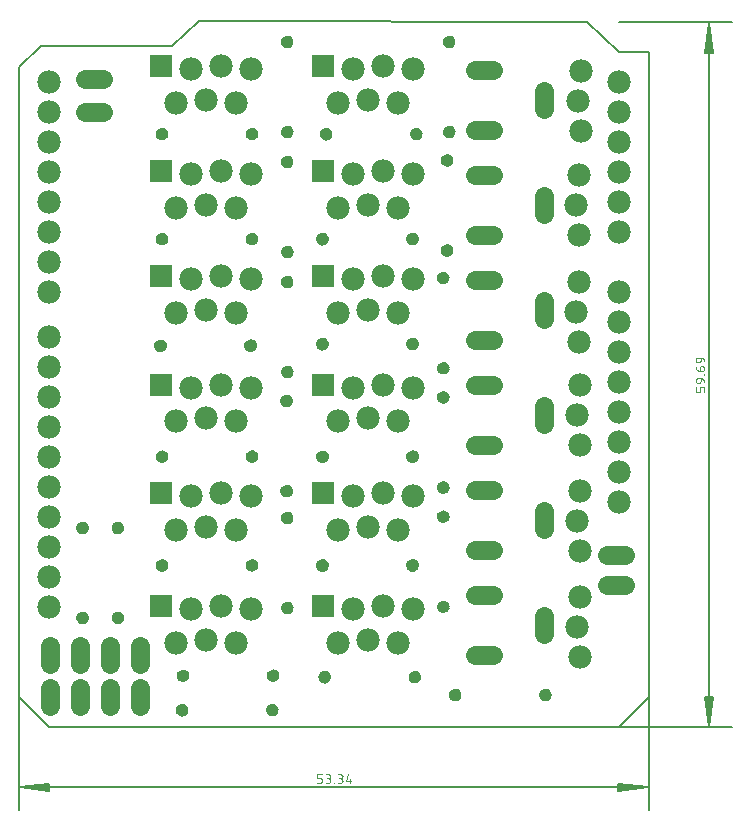
<source format=gts>
G75*
%MOIN*%
%OFA0B0*%
%FSLAX25Y25*%
%IPPOS*%
%LPD*%
%AMOC8*
5,1,8,0,0,1.08239X$1,22.5*
%
%ADD10C,0.00600*%
%ADD11C,0.00512*%
%ADD12C,0.00300*%
%ADD13C,0.07800*%
%ADD14C,0.06400*%
%ADD15C,0.00500*%
%ADD16R,0.07800X0.07800*%
D10*
X0015000Y0028933D02*
X0005000Y0038933D01*
X0005000Y0248933D01*
X0012500Y0255933D01*
X0056000Y0255933D01*
X0065000Y0264433D01*
X0194500Y0263933D01*
X0205000Y0253933D01*
X0215000Y0253933D01*
X0215000Y0038933D01*
X0205000Y0028933D01*
X0015000Y0028933D01*
D11*
X0005000Y0038933D02*
X0005000Y0001256D01*
X0005256Y0008933D02*
X0015236Y0007909D01*
X0015236Y0007676D02*
X0005256Y0008933D01*
X0015236Y0009957D01*
X0015236Y0010190D02*
X0015236Y0007676D01*
X0015236Y0008421D02*
X0005256Y0008933D01*
X0015236Y0009445D01*
X0015236Y0010190D02*
X0005256Y0008933D01*
X0214744Y0008933D01*
X0204764Y0007909D01*
X0204764Y0007676D02*
X0214744Y0008933D01*
X0204764Y0009957D01*
X0204764Y0010190D02*
X0204764Y0007676D01*
X0204764Y0008421D02*
X0214744Y0008933D01*
X0204764Y0009445D01*
X0204764Y0010190D02*
X0214744Y0008933D01*
X0215000Y0001256D02*
X0215000Y0038933D01*
X0205000Y0028933D02*
X0242677Y0028933D01*
X0235000Y0029189D02*
X0236024Y0039169D01*
X0236257Y0039169D02*
X0235000Y0029189D01*
X0233976Y0039169D01*
X0233743Y0039169D02*
X0236257Y0039169D01*
X0235512Y0039169D02*
X0235000Y0029189D01*
X0234488Y0039169D01*
X0233743Y0039169D02*
X0235000Y0029189D01*
X0235000Y0263677D01*
X0236024Y0253697D01*
X0236257Y0253697D02*
X0235000Y0263677D01*
X0233976Y0253697D01*
X0233743Y0253697D02*
X0236257Y0253697D01*
X0235512Y0253697D02*
X0235000Y0263677D01*
X0234488Y0253697D01*
X0233743Y0253697D02*
X0235000Y0263677D01*
X0242677Y0263933D02*
X0205000Y0263933D01*
D12*
X0231444Y0152223D02*
X0232249Y0152223D01*
X0232249Y0151256D01*
X0232249Y0152223D02*
X0232319Y0152221D01*
X0232388Y0152215D01*
X0232458Y0152206D01*
X0232526Y0152193D01*
X0232594Y0152176D01*
X0232661Y0152156D01*
X0232726Y0152131D01*
X0232790Y0152104D01*
X0232853Y0152073D01*
X0232914Y0152038D01*
X0232972Y0152001D01*
X0233029Y0151960D01*
X0233083Y0151916D01*
X0233135Y0151870D01*
X0233185Y0151820D01*
X0233231Y0151768D01*
X0233275Y0151714D01*
X0233316Y0151657D01*
X0233353Y0151599D01*
X0233388Y0151538D01*
X0233419Y0151475D01*
X0233446Y0151411D01*
X0233471Y0151346D01*
X0233491Y0151279D01*
X0233508Y0151211D01*
X0233521Y0151143D01*
X0233530Y0151073D01*
X0233536Y0151004D01*
X0233538Y0150934D01*
X0232733Y0149343D02*
X0232572Y0149343D01*
X0232524Y0149341D01*
X0232476Y0149336D01*
X0232429Y0149327D01*
X0232382Y0149314D01*
X0232337Y0149298D01*
X0232293Y0149279D01*
X0232250Y0149257D01*
X0232209Y0149231D01*
X0232170Y0149203D01*
X0232134Y0149171D01*
X0232100Y0149137D01*
X0232069Y0149101D01*
X0232040Y0149062D01*
X0232014Y0149021D01*
X0231992Y0148978D01*
X0231973Y0148934D01*
X0231957Y0148889D01*
X0231944Y0148842D01*
X0231935Y0148795D01*
X0231930Y0148747D01*
X0231928Y0148699D01*
X0231927Y0148699D02*
X0231927Y0147732D01*
X0232733Y0147732D01*
X0232733Y0147731D02*
X0232788Y0147733D01*
X0232843Y0147739D01*
X0232897Y0147748D01*
X0232950Y0147761D01*
X0233003Y0147778D01*
X0233054Y0147798D01*
X0233104Y0147821D01*
X0233152Y0147848D01*
X0233198Y0147879D01*
X0233242Y0147912D01*
X0233283Y0147948D01*
X0233322Y0147987D01*
X0233358Y0148028D01*
X0233391Y0148072D01*
X0233422Y0148118D01*
X0233449Y0148166D01*
X0233472Y0148216D01*
X0233492Y0148267D01*
X0233509Y0148320D01*
X0233522Y0148373D01*
X0233531Y0148427D01*
X0233537Y0148482D01*
X0233539Y0148537D01*
X0233537Y0148592D01*
X0233531Y0148647D01*
X0233522Y0148701D01*
X0233509Y0148754D01*
X0233492Y0148807D01*
X0233472Y0148858D01*
X0233449Y0148908D01*
X0233422Y0148956D01*
X0233391Y0149002D01*
X0233358Y0149046D01*
X0233322Y0149087D01*
X0233283Y0149126D01*
X0233242Y0149162D01*
X0233198Y0149195D01*
X0233152Y0149226D01*
X0233104Y0149253D01*
X0233054Y0149276D01*
X0233003Y0149296D01*
X0232950Y0149313D01*
X0232897Y0149326D01*
X0232843Y0149335D01*
X0232788Y0149341D01*
X0232733Y0149343D01*
X0231927Y0147732D02*
X0231857Y0147734D01*
X0231788Y0147740D01*
X0231718Y0147749D01*
X0231650Y0147762D01*
X0231582Y0147779D01*
X0231515Y0147799D01*
X0231450Y0147824D01*
X0231386Y0147851D01*
X0231323Y0147882D01*
X0231262Y0147917D01*
X0231204Y0147954D01*
X0231147Y0147995D01*
X0231093Y0148039D01*
X0231041Y0148085D01*
X0230991Y0148135D01*
X0230945Y0148187D01*
X0230901Y0148241D01*
X0230860Y0148298D01*
X0230823Y0148356D01*
X0230788Y0148417D01*
X0230757Y0148480D01*
X0230730Y0148544D01*
X0230705Y0148609D01*
X0230685Y0148676D01*
X0230668Y0148744D01*
X0230655Y0148812D01*
X0230646Y0148882D01*
X0230640Y0148951D01*
X0230638Y0149021D01*
X0231444Y0150612D02*
X0231605Y0150612D01*
X0231653Y0150614D01*
X0231701Y0150619D01*
X0231748Y0150628D01*
X0231795Y0150641D01*
X0231840Y0150657D01*
X0231884Y0150676D01*
X0231927Y0150698D01*
X0231968Y0150724D01*
X0232007Y0150753D01*
X0232043Y0150784D01*
X0232077Y0150818D01*
X0232108Y0150854D01*
X0232137Y0150893D01*
X0232163Y0150934D01*
X0232185Y0150977D01*
X0232204Y0151021D01*
X0232220Y0151066D01*
X0232233Y0151113D01*
X0232242Y0151160D01*
X0232247Y0151208D01*
X0232249Y0151256D01*
X0231444Y0150611D02*
X0231389Y0150613D01*
X0231334Y0150619D01*
X0231280Y0150628D01*
X0231227Y0150641D01*
X0231174Y0150658D01*
X0231123Y0150678D01*
X0231073Y0150701D01*
X0231025Y0150728D01*
X0230979Y0150759D01*
X0230935Y0150792D01*
X0230894Y0150828D01*
X0230855Y0150867D01*
X0230819Y0150908D01*
X0230786Y0150952D01*
X0230755Y0150998D01*
X0230728Y0151046D01*
X0230705Y0151096D01*
X0230685Y0151147D01*
X0230668Y0151200D01*
X0230655Y0151253D01*
X0230646Y0151307D01*
X0230640Y0151362D01*
X0230638Y0151417D01*
X0230640Y0151472D01*
X0230646Y0151527D01*
X0230655Y0151581D01*
X0230668Y0151634D01*
X0230685Y0151687D01*
X0230705Y0151738D01*
X0230728Y0151788D01*
X0230755Y0151836D01*
X0230786Y0151882D01*
X0230819Y0151926D01*
X0230855Y0151967D01*
X0230894Y0152006D01*
X0230935Y0152042D01*
X0230979Y0152075D01*
X0231025Y0152106D01*
X0231073Y0152133D01*
X0231123Y0152156D01*
X0231174Y0152176D01*
X0231227Y0152193D01*
X0231280Y0152206D01*
X0231334Y0152215D01*
X0231389Y0152221D01*
X0231444Y0152223D01*
X0233377Y0146602D02*
X0233538Y0146602D01*
X0233538Y0146441D01*
X0233377Y0146441D01*
X0233377Y0146602D01*
X0232249Y0145311D02*
X0231444Y0145311D01*
X0232249Y0145311D02*
X0232249Y0144344D01*
X0232249Y0145311D02*
X0232319Y0145309D01*
X0232388Y0145303D01*
X0232458Y0145294D01*
X0232526Y0145281D01*
X0232594Y0145264D01*
X0232661Y0145244D01*
X0232726Y0145219D01*
X0232790Y0145192D01*
X0232853Y0145161D01*
X0232914Y0145126D01*
X0232972Y0145089D01*
X0233029Y0145048D01*
X0233083Y0145004D01*
X0233135Y0144958D01*
X0233185Y0144908D01*
X0233231Y0144856D01*
X0233275Y0144802D01*
X0233316Y0144745D01*
X0233353Y0144687D01*
X0233388Y0144626D01*
X0233419Y0144563D01*
X0233446Y0144499D01*
X0233471Y0144434D01*
X0233491Y0144367D01*
X0233508Y0144299D01*
X0233521Y0144231D01*
X0233530Y0144161D01*
X0233536Y0144092D01*
X0233538Y0144022D01*
X0232894Y0142431D02*
X0232572Y0142431D01*
X0232521Y0142429D01*
X0232471Y0142423D01*
X0232422Y0142413D01*
X0232373Y0142399D01*
X0232326Y0142382D01*
X0232280Y0142361D01*
X0232236Y0142336D01*
X0232193Y0142308D01*
X0232154Y0142277D01*
X0232117Y0142242D01*
X0232082Y0142205D01*
X0232051Y0142166D01*
X0232023Y0142123D01*
X0231998Y0142079D01*
X0231977Y0142033D01*
X0231960Y0141986D01*
X0231946Y0141937D01*
X0231936Y0141888D01*
X0231930Y0141838D01*
X0231928Y0141787D01*
X0231927Y0141787D02*
X0231927Y0140820D01*
X0230638Y0140820D01*
X0230638Y0142431D01*
X0231444Y0143700D02*
X0231605Y0143700D01*
X0231653Y0143702D01*
X0231701Y0143707D01*
X0231748Y0143716D01*
X0231795Y0143729D01*
X0231840Y0143745D01*
X0231884Y0143764D01*
X0231927Y0143786D01*
X0231968Y0143812D01*
X0232007Y0143841D01*
X0232043Y0143872D01*
X0232077Y0143906D01*
X0232108Y0143942D01*
X0232137Y0143981D01*
X0232163Y0144022D01*
X0232185Y0144065D01*
X0232204Y0144109D01*
X0232220Y0144154D01*
X0232233Y0144201D01*
X0232242Y0144248D01*
X0232247Y0144296D01*
X0232249Y0144344D01*
X0231444Y0143699D02*
X0231389Y0143701D01*
X0231334Y0143707D01*
X0231280Y0143716D01*
X0231227Y0143729D01*
X0231174Y0143746D01*
X0231123Y0143766D01*
X0231073Y0143789D01*
X0231025Y0143816D01*
X0230979Y0143847D01*
X0230935Y0143880D01*
X0230894Y0143916D01*
X0230855Y0143955D01*
X0230819Y0143996D01*
X0230786Y0144040D01*
X0230755Y0144086D01*
X0230728Y0144134D01*
X0230705Y0144184D01*
X0230685Y0144235D01*
X0230668Y0144288D01*
X0230655Y0144341D01*
X0230646Y0144395D01*
X0230640Y0144450D01*
X0230638Y0144505D01*
X0230640Y0144560D01*
X0230646Y0144615D01*
X0230655Y0144669D01*
X0230668Y0144722D01*
X0230685Y0144775D01*
X0230705Y0144826D01*
X0230728Y0144876D01*
X0230755Y0144924D01*
X0230786Y0144970D01*
X0230819Y0145014D01*
X0230855Y0145055D01*
X0230894Y0145094D01*
X0230935Y0145130D01*
X0230979Y0145163D01*
X0231025Y0145194D01*
X0231073Y0145221D01*
X0231123Y0145244D01*
X0231174Y0145264D01*
X0231227Y0145281D01*
X0231280Y0145294D01*
X0231334Y0145303D01*
X0231389Y0145309D01*
X0231444Y0145311D01*
X0232894Y0142431D02*
X0232942Y0142429D01*
X0232990Y0142424D01*
X0233037Y0142415D01*
X0233084Y0142402D01*
X0233129Y0142386D01*
X0233173Y0142367D01*
X0233216Y0142345D01*
X0233257Y0142319D01*
X0233296Y0142290D01*
X0233332Y0142259D01*
X0233366Y0142225D01*
X0233397Y0142189D01*
X0233426Y0142150D01*
X0233452Y0142109D01*
X0233474Y0142066D01*
X0233493Y0142022D01*
X0233509Y0141977D01*
X0233522Y0141930D01*
X0233531Y0141883D01*
X0233536Y0141835D01*
X0233538Y0141787D01*
X0233538Y0140820D01*
X0114823Y0013295D02*
X0114179Y0011039D01*
X0115790Y0011039D01*
X0115307Y0011684D02*
X0115307Y0010395D01*
X0112266Y0012006D02*
X0111621Y0012006D01*
X0112266Y0012006D02*
X0112315Y0012008D01*
X0112364Y0012014D01*
X0112413Y0012023D01*
X0112460Y0012036D01*
X0112507Y0012053D01*
X0112552Y0012073D01*
X0112595Y0012096D01*
X0112637Y0012123D01*
X0112676Y0012153D01*
X0112713Y0012186D01*
X0112747Y0012222D01*
X0112778Y0012260D01*
X0112807Y0012300D01*
X0112832Y0012342D01*
X0112854Y0012387D01*
X0112872Y0012432D01*
X0112887Y0012479D01*
X0112898Y0012527D01*
X0112906Y0012576D01*
X0112910Y0012625D01*
X0112910Y0012675D01*
X0112906Y0012724D01*
X0112898Y0012773D01*
X0112887Y0012821D01*
X0112872Y0012868D01*
X0112854Y0012913D01*
X0112832Y0012958D01*
X0112807Y0013000D01*
X0112778Y0013040D01*
X0112747Y0013078D01*
X0112713Y0013114D01*
X0112676Y0013147D01*
X0112637Y0013177D01*
X0112595Y0013204D01*
X0112552Y0013227D01*
X0112507Y0013247D01*
X0112460Y0013264D01*
X0112413Y0013277D01*
X0112364Y0013286D01*
X0112315Y0013292D01*
X0112266Y0013294D01*
X0112266Y0013295D02*
X0111299Y0013295D01*
X0112104Y0012006D02*
X0112159Y0012004D01*
X0112214Y0011998D01*
X0112268Y0011989D01*
X0112321Y0011976D01*
X0112374Y0011959D01*
X0112425Y0011939D01*
X0112475Y0011916D01*
X0112523Y0011889D01*
X0112569Y0011858D01*
X0112613Y0011825D01*
X0112654Y0011789D01*
X0112693Y0011750D01*
X0112729Y0011709D01*
X0112762Y0011665D01*
X0112793Y0011619D01*
X0112820Y0011571D01*
X0112843Y0011521D01*
X0112863Y0011470D01*
X0112880Y0011417D01*
X0112893Y0011364D01*
X0112902Y0011310D01*
X0112908Y0011255D01*
X0112910Y0011200D01*
X0112908Y0011145D01*
X0112902Y0011090D01*
X0112893Y0011036D01*
X0112880Y0010983D01*
X0112863Y0010930D01*
X0112843Y0010879D01*
X0112820Y0010829D01*
X0112793Y0010781D01*
X0112762Y0010735D01*
X0112729Y0010691D01*
X0112693Y0010650D01*
X0112654Y0010611D01*
X0112613Y0010575D01*
X0112569Y0010542D01*
X0112523Y0010511D01*
X0112475Y0010484D01*
X0112425Y0010461D01*
X0112374Y0010441D01*
X0112321Y0010424D01*
X0112268Y0010411D01*
X0112214Y0010402D01*
X0112159Y0010396D01*
X0112104Y0010394D01*
X0112104Y0010395D02*
X0111299Y0010395D01*
X0110169Y0010395D02*
X0110008Y0010395D01*
X0110008Y0010556D01*
X0110169Y0010556D01*
X0110169Y0010395D01*
X0108072Y0010395D02*
X0107267Y0010395D01*
X0108072Y0010394D02*
X0108127Y0010396D01*
X0108182Y0010402D01*
X0108236Y0010411D01*
X0108289Y0010424D01*
X0108342Y0010441D01*
X0108393Y0010461D01*
X0108443Y0010484D01*
X0108491Y0010511D01*
X0108537Y0010542D01*
X0108581Y0010575D01*
X0108622Y0010611D01*
X0108661Y0010650D01*
X0108697Y0010691D01*
X0108730Y0010735D01*
X0108761Y0010781D01*
X0108788Y0010829D01*
X0108811Y0010879D01*
X0108831Y0010930D01*
X0108848Y0010983D01*
X0108861Y0011036D01*
X0108870Y0011090D01*
X0108876Y0011145D01*
X0108878Y0011200D01*
X0108876Y0011255D01*
X0108870Y0011310D01*
X0108861Y0011364D01*
X0108848Y0011417D01*
X0108831Y0011470D01*
X0108811Y0011521D01*
X0108788Y0011571D01*
X0108761Y0011619D01*
X0108730Y0011665D01*
X0108697Y0011709D01*
X0108661Y0011750D01*
X0108622Y0011789D01*
X0108581Y0011825D01*
X0108537Y0011858D01*
X0108491Y0011889D01*
X0108443Y0011916D01*
X0108393Y0011939D01*
X0108342Y0011959D01*
X0108289Y0011976D01*
X0108236Y0011989D01*
X0108182Y0011998D01*
X0108127Y0012004D01*
X0108072Y0012006D01*
X0108234Y0012006D02*
X0107589Y0012006D01*
X0108234Y0012006D02*
X0108283Y0012008D01*
X0108332Y0012014D01*
X0108381Y0012023D01*
X0108428Y0012036D01*
X0108475Y0012053D01*
X0108520Y0012073D01*
X0108563Y0012096D01*
X0108605Y0012123D01*
X0108644Y0012153D01*
X0108681Y0012186D01*
X0108715Y0012222D01*
X0108746Y0012260D01*
X0108775Y0012300D01*
X0108800Y0012342D01*
X0108822Y0012387D01*
X0108840Y0012432D01*
X0108855Y0012479D01*
X0108866Y0012527D01*
X0108874Y0012576D01*
X0108878Y0012625D01*
X0108878Y0012675D01*
X0108874Y0012724D01*
X0108866Y0012773D01*
X0108855Y0012821D01*
X0108840Y0012868D01*
X0108822Y0012913D01*
X0108800Y0012958D01*
X0108775Y0013000D01*
X0108746Y0013040D01*
X0108715Y0013078D01*
X0108681Y0013114D01*
X0108644Y0013147D01*
X0108605Y0013177D01*
X0108563Y0013204D01*
X0108520Y0013227D01*
X0108475Y0013247D01*
X0108428Y0013264D01*
X0108381Y0013277D01*
X0108332Y0013286D01*
X0108283Y0013292D01*
X0108234Y0013294D01*
X0108234Y0013295D02*
X0107267Y0013295D01*
X0105998Y0013295D02*
X0104387Y0013295D01*
X0104387Y0012006D01*
X0105354Y0012006D01*
X0105402Y0012004D01*
X0105450Y0011999D01*
X0105497Y0011990D01*
X0105544Y0011977D01*
X0105589Y0011961D01*
X0105633Y0011942D01*
X0105676Y0011920D01*
X0105717Y0011894D01*
X0105756Y0011865D01*
X0105792Y0011834D01*
X0105826Y0011800D01*
X0105857Y0011764D01*
X0105886Y0011725D01*
X0105912Y0011684D01*
X0105934Y0011641D01*
X0105953Y0011597D01*
X0105969Y0011552D01*
X0105982Y0011505D01*
X0105991Y0011458D01*
X0105996Y0011410D01*
X0105998Y0011362D01*
X0105998Y0011039D01*
X0105996Y0010991D01*
X0105991Y0010943D01*
X0105982Y0010896D01*
X0105969Y0010849D01*
X0105953Y0010804D01*
X0105934Y0010760D01*
X0105912Y0010717D01*
X0105886Y0010676D01*
X0105857Y0010637D01*
X0105826Y0010601D01*
X0105792Y0010567D01*
X0105756Y0010536D01*
X0105717Y0010507D01*
X0105676Y0010481D01*
X0105633Y0010459D01*
X0105589Y0010440D01*
X0105544Y0010424D01*
X0105497Y0010411D01*
X0105450Y0010402D01*
X0105402Y0010397D01*
X0105354Y0010395D01*
X0104387Y0010395D01*
D13*
X0111250Y0057183D03*
X0121250Y0058183D03*
X0131250Y0057183D03*
X0136250Y0068433D03*
X0126250Y0069433D03*
X0116250Y0068433D03*
X0111250Y0094683D03*
X0121250Y0095683D03*
X0131250Y0094683D03*
X0136250Y0105933D03*
X0126250Y0106933D03*
X0116250Y0105933D03*
X0111250Y0130933D03*
X0121250Y0131933D03*
X0131250Y0130933D03*
X0136250Y0142183D03*
X0126250Y0143183D03*
X0116250Y0142183D03*
X0111250Y0167183D03*
X0121250Y0168183D03*
X0131250Y0167183D03*
X0136250Y0178433D03*
X0126250Y0179433D03*
X0116250Y0178433D03*
X0111250Y0202183D03*
X0121250Y0203183D03*
X0131250Y0202183D03*
X0136250Y0213433D03*
X0126250Y0214433D03*
X0116250Y0213433D03*
X0111250Y0237183D03*
X0121250Y0238183D03*
X0131250Y0237183D03*
X0136250Y0248433D03*
X0126250Y0249433D03*
X0116250Y0248433D03*
X0082500Y0248433D03*
X0072500Y0249433D03*
X0062500Y0248433D03*
X0067500Y0238183D03*
X0057500Y0237183D03*
X0077500Y0237183D03*
X0072500Y0214433D03*
X0062500Y0213433D03*
X0067500Y0203183D03*
X0057500Y0202183D03*
X0077500Y0202183D03*
X0082500Y0213433D03*
X0082500Y0178433D03*
X0072500Y0179433D03*
X0062500Y0178433D03*
X0067500Y0168183D03*
X0057500Y0167183D03*
X0077500Y0167183D03*
X0072500Y0143183D03*
X0062500Y0142183D03*
X0067500Y0131933D03*
X0057500Y0130933D03*
X0077500Y0130933D03*
X0082500Y0142183D03*
X0072500Y0106933D03*
X0062500Y0105933D03*
X0067500Y0095683D03*
X0057500Y0094683D03*
X0077500Y0094683D03*
X0082500Y0105933D03*
X0072500Y0069433D03*
X0062500Y0068433D03*
X0067500Y0058183D03*
X0057500Y0057183D03*
X0077500Y0057183D03*
X0082500Y0068433D03*
X0015000Y0068933D03*
X0015000Y0078933D03*
X0015000Y0088933D03*
X0015000Y0098933D03*
X0015000Y0108933D03*
X0015000Y0118933D03*
X0015000Y0128933D03*
X0015000Y0138933D03*
X0015000Y0148933D03*
X0015000Y0158933D03*
X0015000Y0173933D03*
X0015000Y0183933D03*
X0015000Y0193933D03*
X0015000Y0203933D03*
X0015000Y0213933D03*
X0015000Y0223933D03*
X0015000Y0233933D03*
X0015000Y0243933D03*
X0191250Y0237683D03*
X0192250Y0227683D03*
X0191750Y0213183D03*
X0190750Y0203183D03*
X0191750Y0193183D03*
X0205000Y0193933D03*
X0205000Y0203933D03*
X0205000Y0213933D03*
X0205000Y0223933D03*
X0205000Y0233933D03*
X0205000Y0243933D03*
X0192250Y0247683D03*
X0191750Y0177433D03*
X0190750Y0167433D03*
X0191750Y0157433D03*
X0205000Y0153933D03*
X0205000Y0143933D03*
X0205000Y0133933D03*
X0205000Y0123933D03*
X0205000Y0113933D03*
X0205000Y0103933D03*
X0192000Y0107683D03*
X0191000Y0097683D03*
X0192000Y0087683D03*
X0192000Y0072433D03*
X0191000Y0062433D03*
X0192000Y0052433D03*
X0192000Y0122933D03*
X0191000Y0132933D03*
X0192000Y0142933D03*
X0205000Y0163933D03*
X0205000Y0173933D03*
D14*
X0180000Y0170933D02*
X0180000Y0164933D01*
X0163000Y0157933D02*
X0157000Y0157933D01*
X0157000Y0142933D02*
X0163000Y0142933D01*
X0180000Y0135933D02*
X0180000Y0129933D01*
X0163000Y0122933D02*
X0157000Y0122933D01*
X0157000Y0107933D02*
X0163000Y0107933D01*
X0180000Y0100933D02*
X0180000Y0094933D01*
X0163000Y0087933D02*
X0157000Y0087933D01*
X0157000Y0072933D02*
X0163000Y0072933D01*
X0180000Y0065933D02*
X0180000Y0059933D01*
X0163000Y0052933D02*
X0157000Y0052933D01*
X0201000Y0076433D02*
X0207000Y0076433D01*
X0207000Y0086433D02*
X0201000Y0086433D01*
X0163000Y0177933D02*
X0157000Y0177933D01*
X0157000Y0192933D02*
X0163000Y0192933D01*
X0180000Y0199933D02*
X0180000Y0205933D01*
X0163000Y0212933D02*
X0157000Y0212933D01*
X0157000Y0227933D02*
X0163000Y0227933D01*
X0180000Y0234933D02*
X0180000Y0240933D01*
X0163000Y0247933D02*
X0157000Y0247933D01*
X0033000Y0245183D02*
X0027000Y0245183D01*
X0027000Y0234183D02*
X0033000Y0234183D01*
X0035250Y0055933D02*
X0035250Y0049933D01*
X0035250Y0042183D02*
X0035250Y0036183D01*
X0025250Y0036183D02*
X0025250Y0042183D01*
X0025250Y0049933D02*
X0025250Y0055933D01*
X0015250Y0055933D02*
X0015250Y0049933D01*
X0015250Y0042183D02*
X0015250Y0036183D01*
X0045250Y0036183D02*
X0045250Y0042183D01*
X0045250Y0049933D02*
X0045250Y0055933D01*
D15*
X0039100Y0064031D02*
X0038761Y0063826D01*
X0038385Y0063701D01*
X0037990Y0063663D01*
X0037607Y0063710D01*
X0037243Y0063841D01*
X0036918Y0064049D01*
X0036647Y0064324D01*
X0036444Y0064653D01*
X0036320Y0065019D01*
X0036280Y0065403D01*
X0036314Y0065785D01*
X0036432Y0066149D01*
X0036628Y0066478D01*
X0036892Y0066755D01*
X0037212Y0066967D01*
X0037570Y0067101D01*
X0037950Y0067153D01*
X0038351Y0067118D01*
X0038733Y0066995D01*
X0039079Y0066790D01*
X0039370Y0066512D01*
X0039593Y0066177D01*
X0039735Y0065801D01*
X0039790Y0065403D01*
X0039739Y0065010D01*
X0039602Y0064638D01*
X0039385Y0064306D01*
X0039100Y0064031D01*
X0039389Y0064312D02*
X0036659Y0064312D01*
X0036391Y0064811D02*
X0039665Y0064811D01*
X0039778Y0065310D02*
X0036290Y0065310D01*
X0036321Y0065808D02*
X0039732Y0065808D01*
X0039507Y0066307D02*
X0036526Y0066307D01*
X0036968Y0066805D02*
X0039053Y0066805D01*
X0038726Y0063814D02*
X0037317Y0063814D01*
X0027966Y0065052D02*
X0027848Y0064687D01*
X0027652Y0064358D01*
X0027387Y0064081D01*
X0027068Y0063870D01*
X0026709Y0063735D01*
X0026330Y0063683D01*
X0025929Y0063718D01*
X0025547Y0063841D01*
X0025201Y0064047D01*
X0024910Y0064324D01*
X0024687Y0064659D01*
X0024545Y0065035D01*
X0024490Y0065433D01*
X0024541Y0065826D01*
X0024678Y0066198D01*
X0024895Y0066530D01*
X0025180Y0066805D01*
X0025519Y0067011D01*
X0025895Y0067135D01*
X0026290Y0067173D01*
X0026673Y0067126D01*
X0027037Y0066996D01*
X0027362Y0066787D01*
X0027633Y0066512D01*
X0027836Y0066183D01*
X0027960Y0065817D01*
X0028000Y0065433D01*
X0027966Y0065052D01*
X0027888Y0064811D02*
X0024630Y0064811D01*
X0024507Y0065310D02*
X0027989Y0065310D01*
X0027961Y0065808D02*
X0024539Y0065808D01*
X0024749Y0066307D02*
X0027759Y0066307D01*
X0027334Y0066805D02*
X0025179Y0066805D01*
X0024922Y0064312D02*
X0027608Y0064312D01*
X0026920Y0063814D02*
X0025632Y0063814D01*
X0051398Y0081796D02*
X0051187Y0082115D01*
X0051052Y0082474D01*
X0051000Y0082853D01*
X0051035Y0083254D01*
X0051158Y0083636D01*
X0051364Y0083982D01*
X0051641Y0084273D01*
X0051976Y0084496D01*
X0052352Y0084638D01*
X0052750Y0084693D01*
X0053143Y0084642D01*
X0053515Y0084505D01*
X0053847Y0084288D01*
X0054122Y0084003D01*
X0054327Y0083664D01*
X0054452Y0083288D01*
X0054490Y0082893D01*
X0054443Y0082510D01*
X0054313Y0082146D01*
X0054104Y0081821D01*
X0053829Y0081550D01*
X0053500Y0081347D01*
X0053134Y0081223D01*
X0052750Y0081183D01*
X0052368Y0081217D01*
X0052004Y0081335D01*
X0051675Y0081531D01*
X0051398Y0081796D01*
X0051435Y0081760D02*
X0054043Y0081760D01*
X0054353Y0082259D02*
X0051133Y0082259D01*
X0051013Y0082757D02*
X0054473Y0082757D01*
X0054455Y0083256D02*
X0051036Y0083256D01*
X0051228Y0083754D02*
X0054273Y0083754D01*
X0053881Y0084253D02*
X0051621Y0084253D01*
X0052230Y0081262D02*
X0053248Y0081262D01*
X0039355Y0094336D02*
X0039070Y0094061D01*
X0038731Y0093856D01*
X0038355Y0093731D01*
X0037960Y0093693D01*
X0037577Y0093740D01*
X0037213Y0093870D01*
X0036888Y0094079D01*
X0036617Y0094354D01*
X0036414Y0094683D01*
X0036290Y0095049D01*
X0036250Y0095433D01*
X0036284Y0095815D01*
X0036402Y0096179D01*
X0036598Y0096508D01*
X0036863Y0096785D01*
X0037182Y0096996D01*
X0037541Y0097131D01*
X0037920Y0097183D01*
X0038321Y0097148D01*
X0038703Y0097025D01*
X0039049Y0096819D01*
X0039340Y0096542D01*
X0039563Y0096207D01*
X0039705Y0095831D01*
X0039760Y0095433D01*
X0039709Y0095040D01*
X0039572Y0094668D01*
X0039355Y0094336D01*
X0039238Y0094223D02*
X0036746Y0094223D01*
X0036401Y0094722D02*
X0039591Y0094722D01*
X0039732Y0095220D02*
X0036272Y0095220D01*
X0036275Y0095719D02*
X0039720Y0095719D01*
X0039556Y0096217D02*
X0036425Y0096217D01*
X0036796Y0096716D02*
X0039158Y0096716D01*
X0038288Y0093725D02*
X0037702Y0093725D01*
X0027936Y0095081D02*
X0027818Y0094717D01*
X0027622Y0094388D01*
X0027358Y0094111D01*
X0027038Y0093900D01*
X0026680Y0093765D01*
X0026300Y0093713D01*
X0025899Y0093748D01*
X0025517Y0093871D01*
X0025171Y0094077D01*
X0024880Y0094354D01*
X0024657Y0094689D01*
X0024515Y0095065D01*
X0024460Y0095463D01*
X0024511Y0095856D01*
X0024648Y0096228D01*
X0024865Y0096560D01*
X0025150Y0096835D01*
X0025489Y0097040D01*
X0025865Y0097165D01*
X0026260Y0097203D01*
X0026643Y0097156D01*
X0027007Y0097026D01*
X0027332Y0096817D01*
X0027603Y0096542D01*
X0027806Y0096213D01*
X0027930Y0095847D01*
X0027970Y0095463D01*
X0027936Y0095081D01*
X0027948Y0095220D02*
X0024494Y0095220D01*
X0024493Y0095719D02*
X0027944Y0095719D01*
X0027803Y0096217D02*
X0024645Y0096217D01*
X0025026Y0096716D02*
X0027432Y0096716D01*
X0027820Y0094722D02*
X0024645Y0094722D01*
X0025017Y0094223D02*
X0027465Y0094223D01*
X0026386Y0093725D02*
X0026167Y0093725D01*
X0051398Y0118046D02*
X0051187Y0118365D01*
X0051052Y0118724D01*
X0051000Y0119103D01*
X0051035Y0119504D01*
X0051158Y0119886D01*
X0051364Y0120232D01*
X0051641Y0120523D01*
X0051976Y0120746D01*
X0052352Y0120888D01*
X0052750Y0120943D01*
X0053143Y0120892D01*
X0053515Y0120755D01*
X0053847Y0120538D01*
X0054122Y0120253D01*
X0054327Y0119914D01*
X0054452Y0119538D01*
X0054490Y0119143D01*
X0054443Y0118760D01*
X0054313Y0118396D01*
X0054104Y0118071D01*
X0053829Y0117800D01*
X0053500Y0117597D01*
X0053134Y0117473D01*
X0052750Y0117433D01*
X0052368Y0117467D01*
X0052004Y0117585D01*
X0051675Y0117781D01*
X0051398Y0118046D01*
X0051328Y0118152D02*
X0054156Y0118152D01*
X0054404Y0118650D02*
X0051079Y0118650D01*
X0051004Y0119149D02*
X0054489Y0119149D01*
X0054416Y0119647D02*
X0051081Y0119647D01*
X0051312Y0120146D02*
X0054187Y0120146D01*
X0053684Y0120644D02*
X0051823Y0120644D01*
X0051890Y0117653D02*
X0053590Y0117653D01*
X0081030Y0119133D02*
X0081065Y0119534D01*
X0081188Y0119916D01*
X0081394Y0120262D01*
X0081671Y0120553D01*
X0082006Y0120776D01*
X0082382Y0120918D01*
X0082780Y0120973D01*
X0083173Y0120922D01*
X0083545Y0120785D01*
X0083877Y0120568D01*
X0084152Y0120283D01*
X0084357Y0119944D01*
X0084482Y0119568D01*
X0084520Y0119173D01*
X0084473Y0118790D01*
X0084343Y0118426D01*
X0084134Y0118101D01*
X0083859Y0117830D01*
X0083530Y0117627D01*
X0083164Y0117503D01*
X0082780Y0117463D01*
X0082398Y0117497D01*
X0082034Y0117615D01*
X0081705Y0117811D01*
X0081428Y0118076D01*
X0081217Y0118395D01*
X0081082Y0118754D01*
X0081030Y0119133D01*
X0081031Y0119149D02*
X0084517Y0119149D01*
X0084456Y0119647D02*
X0081102Y0119647D01*
X0081324Y0120146D02*
X0084235Y0120146D01*
X0083760Y0120644D02*
X0081808Y0120644D01*
X0081121Y0118650D02*
X0084423Y0118650D01*
X0084167Y0118152D02*
X0081377Y0118152D01*
X0081970Y0117653D02*
X0083572Y0117653D01*
X0092878Y0108728D02*
X0092682Y0108399D01*
X0092564Y0108035D01*
X0092530Y0107653D01*
X0092570Y0107269D01*
X0092694Y0106903D01*
X0092897Y0106574D01*
X0093168Y0106299D01*
X0093493Y0106091D01*
X0093857Y0105960D01*
X0094240Y0105913D01*
X0094635Y0105951D01*
X0095011Y0106076D01*
X0095350Y0106281D01*
X0095635Y0106556D01*
X0095852Y0106888D01*
X0095989Y0107260D01*
X0096040Y0107653D01*
X0095985Y0108051D01*
X0095843Y0108427D01*
X0095620Y0108762D01*
X0095329Y0109040D01*
X0094983Y0109245D01*
X0094601Y0109368D01*
X0094200Y0109403D01*
X0093820Y0109351D01*
X0093462Y0109217D01*
X0093142Y0109005D01*
X0092878Y0108728D01*
X0092849Y0108680D02*
X0095675Y0108680D01*
X0095936Y0108181D02*
X0092611Y0108181D01*
X0092533Y0107683D02*
X0096036Y0107683D01*
X0095961Y0107184D02*
X0092599Y0107184D01*
X0092828Y0106686D02*
X0095720Y0106686D01*
X0095196Y0106187D02*
X0093342Y0106187D01*
X0093404Y0109179D02*
X0095095Y0109179D01*
X0094510Y0100453D02*
X0094893Y0100406D01*
X0095257Y0100276D01*
X0095582Y0100067D01*
X0095853Y0099792D01*
X0096056Y0099463D01*
X0096180Y0099097D01*
X0096220Y0098713D01*
X0096186Y0098331D01*
X0096068Y0097967D01*
X0095872Y0097638D01*
X0095608Y0097361D01*
X0095288Y0097150D01*
X0094930Y0097015D01*
X0094550Y0096963D01*
X0094149Y0096998D01*
X0093767Y0097121D01*
X0093421Y0097327D01*
X0093130Y0097604D01*
X0092907Y0097939D01*
X0092765Y0098315D01*
X0092710Y0098713D01*
X0092761Y0099106D01*
X0092898Y0099478D01*
X0093115Y0099810D01*
X0093400Y0100085D01*
X0093739Y0100290D01*
X0094115Y0100415D01*
X0094510Y0100453D01*
X0095367Y0100205D02*
X0093598Y0100205D01*
X0093048Y0099707D02*
X0095905Y0099707D01*
X0096142Y0099208D02*
X0092799Y0099208D01*
X0092711Y0098710D02*
X0096220Y0098710D01*
X0096147Y0098211D02*
X0092804Y0098211D01*
X0093057Y0097713D02*
X0095917Y0097713D01*
X0095386Y0097214D02*
X0093610Y0097214D01*
X0083877Y0084318D02*
X0084152Y0084033D01*
X0084357Y0083694D01*
X0084482Y0083318D01*
X0084520Y0082923D01*
X0084473Y0082540D01*
X0084343Y0082176D01*
X0084134Y0081851D01*
X0083859Y0081580D01*
X0083530Y0081377D01*
X0083164Y0081253D01*
X0082780Y0081213D01*
X0082398Y0081247D01*
X0082034Y0081365D01*
X0081705Y0081561D01*
X0081428Y0081826D01*
X0081217Y0082145D01*
X0081082Y0082504D01*
X0081030Y0082883D01*
X0081065Y0083284D01*
X0081188Y0083666D01*
X0081394Y0084012D01*
X0081671Y0084303D01*
X0082006Y0084526D01*
X0082382Y0084668D01*
X0082780Y0084723D01*
X0083173Y0084672D01*
X0083545Y0084535D01*
X0083877Y0084318D01*
X0083940Y0084253D02*
X0081623Y0084253D01*
X0081241Y0083754D02*
X0084321Y0083754D01*
X0084488Y0083256D02*
X0081063Y0083256D01*
X0081047Y0082757D02*
X0084500Y0082757D01*
X0084372Y0082259D02*
X0081174Y0082259D01*
X0081496Y0081760D02*
X0084042Y0081760D01*
X0083190Y0081262D02*
X0082352Y0081262D01*
X0093430Y0070055D02*
X0093769Y0070261D01*
X0094145Y0070385D01*
X0094540Y0070423D01*
X0094923Y0070376D01*
X0095287Y0070246D01*
X0095612Y0070037D01*
X0095883Y0069762D01*
X0096086Y0069433D01*
X0096210Y0069067D01*
X0096250Y0068683D01*
X0096216Y0068302D01*
X0096098Y0067937D01*
X0095902Y0067608D01*
X0095637Y0067331D01*
X0095318Y0067120D01*
X0094959Y0066985D01*
X0094580Y0066933D01*
X0094179Y0066968D01*
X0093797Y0067091D01*
X0093451Y0067297D01*
X0093160Y0067574D01*
X0092937Y0067909D01*
X0092795Y0068285D01*
X0092740Y0068683D01*
X0092791Y0069076D01*
X0092928Y0069448D01*
X0093145Y0069780D01*
X0093430Y0070055D01*
X0093162Y0069796D02*
X0095849Y0069796D01*
X0096132Y0069298D02*
X0092873Y0069298D01*
X0092755Y0068799D02*
X0096238Y0068799D01*
X0096216Y0068301D02*
X0092793Y0068301D01*
X0093008Y0067802D02*
X0096018Y0067802D01*
X0095596Y0067304D02*
X0093444Y0067304D01*
X0093872Y0070295D02*
X0095151Y0070295D01*
X0105123Y0081548D02*
X0104848Y0081833D01*
X0104643Y0082172D01*
X0104518Y0082548D01*
X0104480Y0082943D01*
X0104527Y0083326D01*
X0104657Y0083690D01*
X0104866Y0084015D01*
X0105141Y0084286D01*
X0105470Y0084489D01*
X0105836Y0084613D01*
X0106220Y0084653D01*
X0106602Y0084619D01*
X0106966Y0084501D01*
X0107295Y0084305D01*
X0107572Y0084041D01*
X0107783Y0083721D01*
X0107918Y0083363D01*
X0107970Y0082983D01*
X0107935Y0082583D01*
X0107812Y0082200D01*
X0107606Y0081854D01*
X0107329Y0081563D01*
X0106994Y0081341D01*
X0106618Y0081198D01*
X0106220Y0081143D01*
X0105827Y0081194D01*
X0105455Y0081332D01*
X0105123Y0081548D01*
X0104918Y0081760D02*
X0107517Y0081760D01*
X0107831Y0082259D02*
X0104614Y0082259D01*
X0104498Y0082757D02*
X0107950Y0082757D01*
X0107933Y0083256D02*
X0104518Y0083256D01*
X0104699Y0083754D02*
X0107761Y0083754D01*
X0107350Y0084253D02*
X0105108Y0084253D01*
X0105644Y0081262D02*
X0106786Y0081262D01*
X0134510Y0082973D02*
X0134557Y0083356D01*
X0134687Y0083720D01*
X0134896Y0084045D01*
X0135171Y0084316D01*
X0135500Y0084519D01*
X0135866Y0084643D01*
X0136250Y0084683D01*
X0136632Y0084649D01*
X0136996Y0084531D01*
X0137325Y0084335D01*
X0137602Y0084071D01*
X0137813Y0083751D01*
X0137948Y0083393D01*
X0138000Y0083013D01*
X0137965Y0082612D01*
X0137842Y0082230D01*
X0137636Y0081884D01*
X0137359Y0081593D01*
X0137024Y0081370D01*
X0136648Y0081228D01*
X0136250Y0081173D01*
X0135857Y0081224D01*
X0135485Y0081361D01*
X0135153Y0081578D01*
X0134878Y0081863D01*
X0134673Y0082202D01*
X0134548Y0082578D01*
X0134510Y0082973D01*
X0134531Y0082757D02*
X0137978Y0082757D01*
X0137967Y0083256D02*
X0134545Y0083256D01*
X0134710Y0083754D02*
X0137811Y0083754D01*
X0137411Y0084253D02*
X0135107Y0084253D01*
X0134654Y0082259D02*
X0137851Y0082259D01*
X0137519Y0081760D02*
X0134977Y0081760D01*
X0135755Y0081262D02*
X0136737Y0081262D01*
X0145392Y0070505D02*
X0145712Y0070717D01*
X0146070Y0070851D01*
X0146450Y0070903D01*
X0146851Y0070868D01*
X0147233Y0070745D01*
X0147579Y0070540D01*
X0147870Y0070262D01*
X0148093Y0069927D01*
X0148235Y0069551D01*
X0148290Y0069153D01*
X0148239Y0068760D01*
X0148102Y0068388D01*
X0147885Y0068056D01*
X0147600Y0067781D01*
X0147261Y0067576D01*
X0146885Y0067451D01*
X0146490Y0067413D01*
X0146107Y0067460D01*
X0145743Y0067591D01*
X0145418Y0067799D01*
X0145147Y0068074D01*
X0144944Y0068403D01*
X0144820Y0068769D01*
X0144780Y0069153D01*
X0144814Y0069535D01*
X0144932Y0069899D01*
X0145128Y0070228D01*
X0145392Y0070505D01*
X0145191Y0070295D02*
X0147836Y0070295D01*
X0148142Y0069796D02*
X0144899Y0069796D01*
X0144793Y0069298D02*
X0148270Y0069298D01*
X0148244Y0068799D02*
X0144817Y0068799D01*
X0145008Y0068301D02*
X0148044Y0068301D01*
X0147622Y0067802D02*
X0145415Y0067802D01*
X0145916Y0070793D02*
X0147083Y0070793D01*
X0137746Y0047281D02*
X0138075Y0047085D01*
X0138352Y0046821D01*
X0138563Y0046501D01*
X0138698Y0046143D01*
X0138750Y0045763D01*
X0138715Y0045362D01*
X0138592Y0044980D01*
X0138386Y0044634D01*
X0138109Y0044343D01*
X0137774Y0044120D01*
X0137398Y0043978D01*
X0137000Y0043923D01*
X0136607Y0043974D01*
X0136235Y0044111D01*
X0135903Y0044328D01*
X0135628Y0044613D01*
X0135423Y0044952D01*
X0135298Y0045328D01*
X0135260Y0045723D01*
X0135307Y0046106D01*
X0135437Y0046470D01*
X0135646Y0046795D01*
X0135921Y0047066D01*
X0136250Y0047269D01*
X0136616Y0047393D01*
X0137000Y0047433D01*
X0137382Y0047399D01*
X0137746Y0047281D01*
X0137493Y0047363D02*
X0136527Y0047363D01*
X0135716Y0046865D02*
X0138306Y0046865D01*
X0138614Y0046366D02*
X0135400Y0046366D01*
X0135278Y0045868D02*
X0138736Y0045868D01*
X0138716Y0045369D02*
X0135294Y0045369D01*
X0135472Y0044871D02*
X0138527Y0044871D01*
X0138137Y0044372D02*
X0135861Y0044372D01*
X0148785Y0040004D02*
X0148750Y0039603D01*
X0148802Y0039224D01*
X0148937Y0038865D01*
X0149148Y0038546D01*
X0149425Y0038281D01*
X0149754Y0038085D01*
X0150118Y0037967D01*
X0150500Y0037933D01*
X0150884Y0037973D01*
X0151250Y0038097D01*
X0151579Y0038300D01*
X0151854Y0038571D01*
X0152063Y0038896D01*
X0152193Y0039260D01*
X0152240Y0039643D01*
X0152202Y0040038D01*
X0152077Y0040414D01*
X0151872Y0040753D01*
X0151597Y0041038D01*
X0151265Y0041255D01*
X0150893Y0041392D01*
X0150500Y0041443D01*
X0150102Y0041388D01*
X0149726Y0041246D01*
X0149391Y0041023D01*
X0149114Y0040732D01*
X0148908Y0040386D01*
X0148785Y0040004D01*
X0148775Y0039885D02*
X0152217Y0039885D01*
X0152209Y0039387D02*
X0148779Y0039387D01*
X0148928Y0038888D02*
X0152058Y0038888D01*
X0151670Y0038390D02*
X0149311Y0038390D01*
X0148907Y0040384D02*
X0152087Y0040384D01*
X0151747Y0040882D02*
X0149257Y0040882D01*
X0150083Y0041381D02*
X0150923Y0041381D01*
X0178780Y0039633D02*
X0178815Y0040034D01*
X0178938Y0040416D01*
X0179144Y0040762D01*
X0179421Y0041053D01*
X0179756Y0041276D01*
X0180132Y0041418D01*
X0180530Y0041473D01*
X0180923Y0041422D01*
X0181295Y0041285D01*
X0181627Y0041068D01*
X0181902Y0040783D01*
X0182107Y0040444D01*
X0182232Y0040068D01*
X0182270Y0039673D01*
X0182223Y0039290D01*
X0182093Y0038926D01*
X0181884Y0038601D01*
X0181609Y0038330D01*
X0181280Y0038127D01*
X0180914Y0038003D01*
X0180530Y0037963D01*
X0180148Y0037997D01*
X0179784Y0038115D01*
X0179455Y0038311D01*
X0179178Y0038576D01*
X0178967Y0038895D01*
X0178832Y0039254D01*
X0178780Y0039633D01*
X0178813Y0039387D02*
X0182235Y0039387D01*
X0182249Y0039885D02*
X0178802Y0039885D01*
X0178928Y0040384D02*
X0182127Y0040384D01*
X0181806Y0040882D02*
X0179258Y0040882D01*
X0180034Y0041381D02*
X0181034Y0041381D01*
X0182068Y0038888D02*
X0178971Y0038888D01*
X0179372Y0038390D02*
X0181670Y0038390D01*
X0147231Y0097606D02*
X0146855Y0097481D01*
X0146460Y0097443D01*
X0146077Y0097490D01*
X0145713Y0097620D01*
X0145388Y0097829D01*
X0145117Y0098104D01*
X0144914Y0098433D01*
X0144790Y0098799D01*
X0144750Y0099183D01*
X0144784Y0099565D01*
X0144902Y0099929D01*
X0145098Y0100258D01*
X0145363Y0100535D01*
X0145682Y0100746D01*
X0146041Y0100881D01*
X0146420Y0100933D01*
X0146821Y0100898D01*
X0147203Y0100775D01*
X0147549Y0100569D01*
X0147840Y0100292D01*
X0148063Y0099957D01*
X0148205Y0099581D01*
X0148260Y0099183D01*
X0148209Y0098790D01*
X0148072Y0098418D01*
X0147855Y0098086D01*
X0147570Y0097811D01*
X0147231Y0097606D01*
X0147408Y0097713D02*
X0145569Y0097713D01*
X0145051Y0098211D02*
X0147937Y0098211D01*
X0148179Y0098710D02*
X0144820Y0098710D01*
X0144752Y0099208D02*
X0148256Y0099208D01*
X0148157Y0099707D02*
X0144830Y0099707D01*
X0145067Y0100205D02*
X0147898Y0100205D01*
X0147323Y0100704D02*
X0145618Y0100704D01*
X0146316Y0107184D02*
X0146711Y0107184D01*
X0146885Y0107201D02*
X0146490Y0107163D01*
X0146107Y0107210D01*
X0145743Y0107341D01*
X0145418Y0107549D01*
X0145147Y0107824D01*
X0144944Y0108153D01*
X0144820Y0108519D01*
X0144780Y0108903D01*
X0144814Y0109285D01*
X0144932Y0109649D01*
X0145128Y0109978D01*
X0145392Y0110255D01*
X0145712Y0110467D01*
X0146070Y0110601D01*
X0146450Y0110653D01*
X0146851Y0110618D01*
X0147233Y0110495D01*
X0147579Y0110290D01*
X0147870Y0110012D01*
X0148093Y0109677D01*
X0144949Y0109677D01*
X0144804Y0109179D02*
X0148252Y0109179D01*
X0148235Y0109301D02*
X0148290Y0108903D01*
X0148239Y0108510D01*
X0148102Y0108138D01*
X0147885Y0107806D01*
X0147600Y0107531D01*
X0147261Y0107326D01*
X0146885Y0107201D01*
X0147757Y0107683D02*
X0145286Y0107683D01*
X0144935Y0108181D02*
X0148117Y0108181D01*
X0148261Y0108680D02*
X0144803Y0108680D01*
X0145316Y0110176D02*
X0147699Y0110176D01*
X0148093Y0109677D02*
X0148235Y0109301D01*
X0137636Y0118134D02*
X0137359Y0117843D01*
X0137024Y0117620D01*
X0136648Y0117478D01*
X0136250Y0117423D01*
X0135857Y0117474D01*
X0135485Y0117611D01*
X0135153Y0117828D01*
X0134878Y0118113D01*
X0134673Y0118452D01*
X0134548Y0118828D01*
X0134510Y0119223D01*
X0134557Y0119606D01*
X0134687Y0119970D01*
X0134896Y0120295D01*
X0135171Y0120566D01*
X0135500Y0120769D01*
X0135866Y0120893D01*
X0136250Y0120933D01*
X0136632Y0120899D01*
X0136996Y0120781D01*
X0137325Y0120585D01*
X0137602Y0120321D01*
X0137813Y0120001D01*
X0137948Y0119643D01*
X0138000Y0119263D01*
X0137965Y0118862D01*
X0137842Y0118480D01*
X0137636Y0118134D01*
X0137647Y0118152D02*
X0134854Y0118152D01*
X0134607Y0118650D02*
X0137897Y0118650D01*
X0137990Y0119149D02*
X0134517Y0119149D01*
X0134571Y0119647D02*
X0137946Y0119647D01*
X0137718Y0120146D02*
X0134800Y0120146D01*
X0135298Y0120644D02*
X0137225Y0120644D01*
X0137074Y0117653D02*
X0135421Y0117653D01*
X0145713Y0137370D02*
X0145388Y0137579D01*
X0145117Y0137854D01*
X0144914Y0138183D01*
X0144790Y0138549D01*
X0144750Y0138933D01*
X0144784Y0139315D01*
X0144902Y0139679D01*
X0145098Y0140008D01*
X0145363Y0140285D01*
X0145682Y0140496D01*
X0146041Y0140631D01*
X0146420Y0140683D01*
X0146821Y0140648D01*
X0147203Y0140525D01*
X0147549Y0140319D01*
X0147840Y0140042D01*
X0148063Y0139707D01*
X0148205Y0139331D01*
X0148260Y0138933D01*
X0148209Y0138540D01*
X0148072Y0138168D01*
X0147855Y0137836D01*
X0147570Y0137561D01*
X0147231Y0137356D01*
X0146855Y0137231D01*
X0146460Y0137193D01*
X0146077Y0137240D01*
X0145713Y0137370D01*
X0145373Y0137594D02*
X0147604Y0137594D01*
X0148022Y0138092D02*
X0144970Y0138092D01*
X0144786Y0138591D02*
X0148215Y0138591D01*
X0148238Y0139089D02*
X0144764Y0139089D01*
X0144872Y0139588D02*
X0148108Y0139588D01*
X0147794Y0140086D02*
X0145173Y0140086D01*
X0145917Y0140585D02*
X0147017Y0140585D01*
X0146490Y0146913D02*
X0146107Y0146960D01*
X0145743Y0147091D01*
X0145418Y0147299D01*
X0145147Y0147574D01*
X0144944Y0147903D01*
X0144820Y0148269D01*
X0144780Y0148653D01*
X0144814Y0149035D01*
X0144932Y0149399D01*
X0145128Y0149728D01*
X0145392Y0150005D01*
X0145712Y0150217D01*
X0146070Y0150351D01*
X0146450Y0150403D01*
X0146851Y0150368D01*
X0147233Y0150245D01*
X0147579Y0150040D01*
X0147870Y0149762D01*
X0148093Y0149427D01*
X0148235Y0149051D01*
X0148290Y0148653D01*
X0148239Y0148260D01*
X0148102Y0147888D01*
X0147885Y0147556D01*
X0147600Y0147281D01*
X0147261Y0147076D01*
X0146885Y0146951D01*
X0146490Y0146913D01*
X0145813Y0147065D02*
X0147230Y0147065D01*
X0147890Y0147564D02*
X0145157Y0147564D01*
X0144890Y0148062D02*
X0148166Y0148062D01*
X0148278Y0148561D02*
X0144790Y0148561D01*
X0144822Y0149059D02*
X0148232Y0149059D01*
X0148006Y0149558D02*
X0145027Y0149558D01*
X0145470Y0150056D02*
X0147550Y0150056D01*
X0137842Y0155980D02*
X0137636Y0155634D01*
X0137359Y0155343D01*
X0137024Y0155120D01*
X0136648Y0154978D01*
X0136250Y0154923D01*
X0135857Y0154974D01*
X0135485Y0155111D01*
X0135153Y0155328D01*
X0134878Y0155613D01*
X0134673Y0155952D01*
X0134548Y0156328D01*
X0134510Y0156723D01*
X0134557Y0157106D01*
X0134687Y0157470D01*
X0134896Y0157795D01*
X0135171Y0158066D01*
X0135500Y0158269D01*
X0135866Y0158393D01*
X0136250Y0158433D01*
X0136632Y0158399D01*
X0136996Y0158281D01*
X0137325Y0158085D01*
X0137602Y0157821D01*
X0137813Y0157501D01*
X0137948Y0157143D01*
X0138000Y0156763D01*
X0137965Y0156362D01*
X0137842Y0155980D01*
X0137861Y0156039D02*
X0134644Y0156039D01*
X0134528Y0156537D02*
X0137980Y0156537D01*
X0137963Y0157036D02*
X0134548Y0157036D01*
X0134729Y0157534D02*
X0137791Y0157534D01*
X0137380Y0158033D02*
X0135137Y0158033D01*
X0134948Y0155540D02*
X0137547Y0155540D01*
X0136816Y0155042D02*
X0135675Y0155042D01*
X0145713Y0177120D02*
X0145388Y0177329D01*
X0145117Y0177604D01*
X0144914Y0177933D01*
X0144790Y0178299D01*
X0144750Y0178683D01*
X0144784Y0179065D01*
X0144902Y0179429D01*
X0145098Y0179758D01*
X0145363Y0180035D01*
X0145682Y0180246D01*
X0146041Y0180381D01*
X0146420Y0180433D01*
X0146821Y0180398D01*
X0147203Y0180275D01*
X0147549Y0180069D01*
X0147840Y0179792D01*
X0148063Y0179457D01*
X0148205Y0179081D01*
X0148260Y0178683D01*
X0148209Y0178290D01*
X0148072Y0177918D01*
X0147855Y0177586D01*
X0147570Y0177311D01*
X0147231Y0177106D01*
X0146855Y0176981D01*
X0146460Y0176943D01*
X0146077Y0176990D01*
X0145713Y0177120D01*
X0146190Y0176976D02*
X0146803Y0176976D01*
X0147740Y0177475D02*
X0145245Y0177475D01*
X0144901Y0177973D02*
X0148092Y0177973D01*
X0148232Y0178472D02*
X0144772Y0178472D01*
X0144776Y0178970D02*
X0148220Y0178970D01*
X0148055Y0179469D02*
X0144926Y0179469D01*
X0145298Y0179967D02*
X0147657Y0179967D01*
X0147740Y0186163D02*
X0147357Y0186210D01*
X0146993Y0186341D01*
X0146668Y0186549D01*
X0146397Y0186824D01*
X0146194Y0187153D01*
X0146070Y0187519D01*
X0146030Y0187903D01*
X0146064Y0188285D01*
X0146182Y0188649D01*
X0146378Y0188978D01*
X0146642Y0189255D01*
X0146962Y0189467D01*
X0147320Y0189601D01*
X0147700Y0189653D01*
X0148101Y0189618D01*
X0148483Y0189495D01*
X0148829Y0189290D01*
X0149120Y0189012D01*
X0149343Y0188677D01*
X0149485Y0188301D01*
X0149540Y0187903D01*
X0149489Y0187510D01*
X0149352Y0187138D01*
X0149135Y0186806D01*
X0148850Y0186531D01*
X0148511Y0186326D01*
X0148135Y0186201D01*
X0147740Y0186163D01*
X0146826Y0186448D02*
X0148713Y0186448D01*
X0149226Y0186946D02*
X0146322Y0186946D01*
X0146095Y0187445D02*
X0149465Y0187445D01*
X0149534Y0187943D02*
X0146033Y0187943D01*
X0146115Y0188442D02*
X0149432Y0188442D01*
X0149168Y0188940D02*
X0146355Y0188940D01*
X0146920Y0189439D02*
X0148578Y0189439D01*
X0137965Y0191362D02*
X0137842Y0190980D01*
X0137636Y0190634D01*
X0137359Y0190343D01*
X0137024Y0190120D01*
X0136648Y0189978D01*
X0136250Y0189923D01*
X0135857Y0189974D01*
X0135485Y0190111D01*
X0135153Y0190328D01*
X0134878Y0190613D01*
X0134673Y0190952D01*
X0134548Y0191328D01*
X0134510Y0191723D01*
X0134557Y0192106D01*
X0134687Y0192470D01*
X0134896Y0192795D01*
X0135171Y0193066D01*
X0135500Y0193269D01*
X0135866Y0193393D01*
X0136250Y0193433D01*
X0136632Y0193399D01*
X0136996Y0193281D01*
X0137325Y0193085D01*
X0137602Y0192821D01*
X0137813Y0192501D01*
X0137948Y0192143D01*
X0138000Y0191763D01*
X0137965Y0191362D01*
X0137971Y0191433D02*
X0134538Y0191433D01*
X0134536Y0191931D02*
X0137977Y0191931D01*
X0137840Y0192430D02*
X0134673Y0192430D01*
X0135031Y0192928D02*
X0137489Y0192928D01*
X0136319Y0193427D02*
X0136191Y0193427D01*
X0134683Y0190934D02*
X0137815Y0190934D01*
X0137448Y0190436D02*
X0135049Y0190436D01*
X0136141Y0189937D02*
X0136352Y0189937D01*
X0146963Y0216370D02*
X0146638Y0216579D01*
X0146367Y0216854D01*
X0146164Y0217183D01*
X0146040Y0217549D01*
X0146000Y0217933D01*
X0146034Y0218315D01*
X0146152Y0218679D01*
X0146348Y0219008D01*
X0146613Y0219285D01*
X0146932Y0219496D01*
X0147291Y0219631D01*
X0147670Y0219683D01*
X0148071Y0219648D01*
X0148453Y0219525D01*
X0148799Y0219319D01*
X0149090Y0219042D01*
X0149313Y0218707D01*
X0149455Y0218331D01*
X0149510Y0217933D01*
X0149459Y0217540D01*
X0149322Y0217168D01*
X0149105Y0216836D01*
X0148820Y0216561D01*
X0148481Y0216356D01*
X0148105Y0216231D01*
X0147710Y0216193D01*
X0147327Y0216240D01*
X0146963Y0216370D01*
X0146997Y0216358D02*
X0148486Y0216358D01*
X0149119Y0216857D02*
X0146365Y0216857D01*
X0146106Y0217355D02*
X0149391Y0217355D01*
X0149500Y0217854D02*
X0146008Y0217854D01*
X0146046Y0218352D02*
X0149447Y0218352D01*
X0149217Y0218851D02*
X0146254Y0218851D01*
X0146710Y0219350D02*
X0148748Y0219350D01*
X0148580Y0225683D02*
X0148179Y0225718D01*
X0147797Y0225841D01*
X0147451Y0226047D01*
X0147160Y0226324D01*
X0146937Y0226659D01*
X0146795Y0227035D01*
X0146740Y0227433D01*
X0146791Y0227826D01*
X0146928Y0228198D01*
X0147145Y0228530D01*
X0147430Y0228805D01*
X0147769Y0229011D01*
X0148145Y0229135D01*
X0148540Y0229173D01*
X0148923Y0229126D01*
X0149287Y0228996D01*
X0149612Y0228787D01*
X0149883Y0228512D01*
X0150086Y0228183D01*
X0150210Y0227817D01*
X0150250Y0227433D01*
X0150216Y0227052D01*
X0150098Y0226687D01*
X0149902Y0226358D01*
X0149637Y0226081D01*
X0149318Y0225870D01*
X0148959Y0225735D01*
X0148580Y0225683D01*
X0149213Y0225830D02*
X0147831Y0225830D01*
X0147156Y0226329D02*
X0149874Y0226329D01*
X0150143Y0226827D02*
X0146874Y0226827D01*
X0146755Y0227326D02*
X0150240Y0227326D01*
X0150208Y0227824D02*
X0146791Y0227824D01*
X0147010Y0228323D02*
X0150000Y0228323D01*
X0149559Y0228821D02*
X0147456Y0228821D01*
X0139198Y0227143D02*
X0139250Y0226763D01*
X0139215Y0226362D01*
X0139092Y0225980D01*
X0138886Y0225634D01*
X0138609Y0225343D01*
X0138274Y0225120D01*
X0137898Y0224978D01*
X0137500Y0224923D01*
X0137107Y0224974D01*
X0136735Y0225111D01*
X0136403Y0225328D01*
X0136128Y0225613D01*
X0135923Y0225952D01*
X0135798Y0226328D01*
X0135760Y0226723D01*
X0135807Y0227106D01*
X0135937Y0227470D01*
X0136146Y0227795D01*
X0136421Y0228066D01*
X0136750Y0228269D01*
X0137116Y0228393D01*
X0137500Y0228433D01*
X0137882Y0228399D01*
X0138246Y0228281D01*
X0138575Y0228085D01*
X0138852Y0227821D01*
X0139063Y0227501D01*
X0139198Y0227143D01*
X0139129Y0227326D02*
X0135886Y0227326D01*
X0135773Y0226827D02*
X0139241Y0226827D01*
X0139204Y0226329D02*
X0135798Y0226329D01*
X0135996Y0225830D02*
X0139003Y0225830D01*
X0138592Y0225332D02*
X0136400Y0225332D01*
X0136175Y0227824D02*
X0138848Y0227824D01*
X0138117Y0228323D02*
X0136909Y0228323D01*
X0147767Y0255871D02*
X0147421Y0256077D01*
X0147130Y0256354D01*
X0146907Y0256689D01*
X0146765Y0257065D01*
X0146710Y0257463D01*
X0146761Y0257856D01*
X0146898Y0258228D01*
X0147115Y0258560D01*
X0147400Y0258835D01*
X0147739Y0259040D01*
X0148115Y0259165D01*
X0148510Y0259203D01*
X0148893Y0259156D01*
X0149257Y0259026D01*
X0149582Y0258817D01*
X0149853Y0258542D01*
X0150056Y0258213D01*
X0150180Y0257847D01*
X0150220Y0257463D01*
X0150186Y0257081D01*
X0150068Y0256717D01*
X0149872Y0256388D01*
X0149608Y0256111D01*
X0149288Y0255900D01*
X0148930Y0255765D01*
X0148550Y0255713D01*
X0148149Y0255748D01*
X0147767Y0255871D01*
X0148232Y0255741D02*
X0148754Y0255741D01*
X0149730Y0256239D02*
X0147250Y0256239D01*
X0146889Y0256738D02*
X0150075Y0256738D01*
X0150200Y0257236D02*
X0146742Y0257236D01*
X0146746Y0257735D02*
X0150192Y0257735D01*
X0150043Y0258233D02*
X0146902Y0258233D01*
X0147293Y0258732D02*
X0149666Y0258732D01*
X0108822Y0227791D02*
X0109033Y0227471D01*
X0109168Y0227113D01*
X0109220Y0226733D01*
X0109185Y0226333D01*
X0109062Y0225950D01*
X0108856Y0225604D01*
X0108579Y0225313D01*
X0108244Y0225091D01*
X0107868Y0224948D01*
X0107470Y0224893D01*
X0107077Y0224944D01*
X0106705Y0225082D01*
X0106373Y0225298D01*
X0106098Y0225583D01*
X0105893Y0225922D01*
X0105768Y0226298D01*
X0105730Y0226693D01*
X0105777Y0227076D01*
X0105907Y0227440D01*
X0106116Y0227765D01*
X0106391Y0228036D01*
X0106720Y0228239D01*
X0107086Y0228363D01*
X0107470Y0228403D01*
X0107852Y0228369D01*
X0108216Y0228251D01*
X0108545Y0228055D01*
X0108822Y0227791D01*
X0108787Y0227824D02*
X0106176Y0227824D01*
X0105866Y0227326D02*
X0109088Y0227326D01*
X0109207Y0226827D02*
X0105747Y0226827D01*
X0105765Y0226329D02*
X0109184Y0226329D01*
X0108991Y0225830D02*
X0105948Y0225830D01*
X0106341Y0225332D02*
X0108597Y0225332D01*
X0107995Y0228323D02*
X0106967Y0228323D01*
X0096250Y0227433D02*
X0096210Y0227817D01*
X0096086Y0228183D01*
X0095883Y0228512D01*
X0095612Y0228787D01*
X0095287Y0228996D01*
X0094923Y0229126D01*
X0094540Y0229173D01*
X0094145Y0229135D01*
X0093769Y0229011D01*
X0093430Y0228805D01*
X0093145Y0228530D01*
X0092928Y0228198D01*
X0092791Y0227826D01*
X0092740Y0227433D01*
X0092795Y0227035D01*
X0092937Y0226659D01*
X0093160Y0226324D01*
X0093451Y0226047D01*
X0093797Y0225841D01*
X0094179Y0225718D01*
X0094580Y0225683D01*
X0094959Y0225735D01*
X0095318Y0225870D01*
X0095637Y0226081D01*
X0095902Y0226358D01*
X0096098Y0226687D01*
X0096216Y0227052D01*
X0096250Y0227433D01*
X0096240Y0227326D02*
X0092755Y0227326D01*
X0092791Y0227824D02*
X0096208Y0227824D01*
X0096000Y0228323D02*
X0093010Y0228323D01*
X0093456Y0228821D02*
X0095559Y0228821D01*
X0096143Y0226827D02*
X0092874Y0226827D01*
X0093156Y0226329D02*
X0095874Y0226329D01*
X0095213Y0225830D02*
X0093831Y0225830D01*
X0094510Y0219203D02*
X0094893Y0219156D01*
X0095257Y0219026D01*
X0095582Y0218817D01*
X0095853Y0218542D01*
X0096056Y0218213D01*
X0096180Y0217847D01*
X0096220Y0217463D01*
X0096186Y0217081D01*
X0096068Y0216717D01*
X0095872Y0216388D01*
X0095608Y0216111D01*
X0095288Y0215900D01*
X0094930Y0215765D01*
X0094550Y0215713D01*
X0094149Y0215748D01*
X0093767Y0215871D01*
X0093421Y0216077D01*
X0093130Y0216354D01*
X0092907Y0216689D01*
X0092765Y0217065D01*
X0092710Y0217463D01*
X0092761Y0217856D01*
X0092898Y0218228D01*
X0093115Y0218560D01*
X0093400Y0218835D01*
X0093739Y0219040D01*
X0094115Y0219165D01*
X0094510Y0219203D01*
X0095530Y0218851D02*
X0093426Y0218851D01*
X0092980Y0218352D02*
X0095970Y0218352D01*
X0096178Y0217854D02*
X0092761Y0217854D01*
X0092725Y0217355D02*
X0096211Y0217355D01*
X0096113Y0216857D02*
X0092844Y0216857D01*
X0093127Y0216358D02*
X0095844Y0216358D01*
X0095183Y0215860D02*
X0093802Y0215860D01*
X0084134Y0225601D02*
X0083859Y0225330D01*
X0083530Y0225127D01*
X0083164Y0225003D01*
X0082780Y0224963D01*
X0082398Y0224997D01*
X0082034Y0225115D01*
X0081705Y0225311D01*
X0081428Y0225576D01*
X0081217Y0225895D01*
X0081082Y0226254D01*
X0081030Y0226633D01*
X0081065Y0227034D01*
X0081188Y0227416D01*
X0081394Y0227762D01*
X0081671Y0228053D01*
X0082006Y0228276D01*
X0082382Y0228418D01*
X0082780Y0228473D01*
X0083173Y0228422D01*
X0083545Y0228285D01*
X0083877Y0228068D01*
X0084152Y0227783D01*
X0084357Y0227444D01*
X0084482Y0227068D01*
X0084520Y0226673D01*
X0084473Y0226290D01*
X0084343Y0225926D01*
X0084134Y0225601D01*
X0084281Y0225830D02*
X0081259Y0225830D01*
X0081071Y0226329D02*
X0084478Y0226329D01*
X0084505Y0226827D02*
X0081047Y0226827D01*
X0081159Y0227326D02*
X0084397Y0227326D01*
X0084113Y0227824D02*
X0081453Y0227824D01*
X0082130Y0228323D02*
X0083441Y0228323D01*
X0083860Y0225332D02*
X0081683Y0225332D01*
X0054490Y0226643D02*
X0054443Y0226260D01*
X0054313Y0225896D01*
X0054104Y0225571D01*
X0053829Y0225300D01*
X0053500Y0225097D01*
X0053134Y0224973D01*
X0052750Y0224933D01*
X0052368Y0224967D01*
X0052004Y0225085D01*
X0051675Y0225281D01*
X0051398Y0225546D01*
X0051187Y0225865D01*
X0051052Y0226224D01*
X0051000Y0226603D01*
X0051035Y0227004D01*
X0051158Y0227386D01*
X0051364Y0227732D01*
X0051641Y0228023D01*
X0051976Y0228246D01*
X0052352Y0228388D01*
X0052750Y0228443D01*
X0053143Y0228392D01*
X0053515Y0228255D01*
X0053847Y0228038D01*
X0054122Y0227753D01*
X0054327Y0227414D01*
X0054452Y0227038D01*
X0054490Y0226643D01*
X0054472Y0226827D02*
X0051020Y0226827D01*
X0051037Y0226329D02*
X0054452Y0226329D01*
X0054270Y0225830D02*
X0051210Y0225830D01*
X0051622Y0225332D02*
X0053861Y0225332D01*
X0054357Y0227326D02*
X0051139Y0227326D01*
X0051451Y0227824D02*
X0054054Y0227824D01*
X0053330Y0228323D02*
X0052179Y0228323D01*
X0052750Y0193443D02*
X0053143Y0193392D01*
X0053515Y0193255D01*
X0053847Y0193038D01*
X0054122Y0192753D01*
X0054327Y0192414D01*
X0054452Y0192038D01*
X0054490Y0191643D01*
X0054443Y0191260D01*
X0054313Y0190896D01*
X0054104Y0190571D01*
X0053829Y0190300D01*
X0053500Y0190097D01*
X0053134Y0189973D01*
X0052750Y0189933D01*
X0052368Y0189967D01*
X0052004Y0190085D01*
X0051675Y0190281D01*
X0051398Y0190546D01*
X0051187Y0190865D01*
X0051052Y0191224D01*
X0051000Y0191603D01*
X0051035Y0192004D01*
X0051158Y0192386D01*
X0051364Y0192732D01*
X0051641Y0193023D01*
X0051976Y0193246D01*
X0052352Y0193388D01*
X0052750Y0193443D01*
X0052634Y0193427D02*
X0052873Y0193427D01*
X0053953Y0192928D02*
X0051550Y0192928D01*
X0051184Y0192430D02*
X0054318Y0192430D01*
X0054462Y0191931D02*
X0051029Y0191931D01*
X0051023Y0191433D02*
X0054464Y0191433D01*
X0054326Y0190934D02*
X0051161Y0190934D01*
X0051513Y0190436D02*
X0053967Y0190436D01*
X0052791Y0189937D02*
X0052702Y0189937D01*
X0081030Y0191633D02*
X0081065Y0192034D01*
X0081188Y0192416D01*
X0081394Y0192762D01*
X0081671Y0193053D01*
X0082006Y0193276D01*
X0082382Y0193418D01*
X0082780Y0193473D01*
X0083173Y0193422D01*
X0083545Y0193285D01*
X0083877Y0193068D01*
X0084152Y0192783D01*
X0084357Y0192444D01*
X0084482Y0192068D01*
X0084520Y0191673D01*
X0084473Y0191290D01*
X0084343Y0190926D01*
X0084134Y0190601D01*
X0083859Y0190330D01*
X0083530Y0190127D01*
X0083164Y0190003D01*
X0082780Y0189963D01*
X0082398Y0189997D01*
X0082034Y0190115D01*
X0081705Y0190311D01*
X0081428Y0190576D01*
X0081217Y0190895D01*
X0081082Y0191254D01*
X0081030Y0191633D01*
X0081057Y0191433D02*
X0084491Y0191433D01*
X0084495Y0191931D02*
X0081056Y0191931D01*
X0081196Y0192430D02*
X0084362Y0192430D01*
X0084012Y0192928D02*
X0081552Y0192928D01*
X0082447Y0193427D02*
X0083134Y0193427D01*
X0084345Y0190934D02*
X0081202Y0190934D01*
X0081574Y0190436D02*
X0083966Y0190436D01*
X0092791Y0187826D02*
X0092928Y0188198D01*
X0093145Y0188530D01*
X0093430Y0188805D01*
X0093769Y0189011D01*
X0094145Y0189135D01*
X0094540Y0189173D01*
X0094923Y0189126D01*
X0095287Y0188996D01*
X0095612Y0188787D01*
X0095883Y0188512D01*
X0096086Y0188183D01*
X0096210Y0187817D01*
X0096250Y0187433D01*
X0096216Y0187052D01*
X0096098Y0186687D01*
X0095902Y0186358D01*
X0095637Y0186081D01*
X0095318Y0185870D01*
X0094959Y0185735D01*
X0094580Y0185683D01*
X0094179Y0185718D01*
X0093797Y0185841D01*
X0093451Y0186047D01*
X0093160Y0186324D01*
X0092937Y0186659D01*
X0092795Y0187035D01*
X0092740Y0187433D01*
X0092791Y0187826D01*
X0092834Y0187943D02*
X0096167Y0187943D01*
X0096249Y0187445D02*
X0092742Y0187445D01*
X0092829Y0186946D02*
X0096182Y0186946D01*
X0095955Y0186448D02*
X0093077Y0186448D01*
X0093615Y0185949D02*
X0095438Y0185949D01*
X0095926Y0188442D02*
X0093087Y0188442D01*
X0093653Y0188940D02*
X0095373Y0188940D01*
X0104518Y0191298D02*
X0104480Y0191693D01*
X0104527Y0192076D01*
X0104657Y0192440D01*
X0104866Y0192765D01*
X0105141Y0193036D01*
X0105470Y0193239D01*
X0105836Y0193363D01*
X0106220Y0193403D01*
X0106602Y0193369D01*
X0106966Y0193251D01*
X0107295Y0193055D01*
X0107572Y0192791D01*
X0107783Y0192471D01*
X0107918Y0192113D01*
X0107970Y0191733D01*
X0107935Y0191333D01*
X0107812Y0190950D01*
X0107606Y0190604D01*
X0107329Y0190313D01*
X0106994Y0190091D01*
X0106618Y0189948D01*
X0106220Y0189893D01*
X0105827Y0189944D01*
X0105455Y0190082D01*
X0105123Y0190298D01*
X0104848Y0190583D01*
X0104643Y0190922D01*
X0104518Y0191298D01*
X0104505Y0191433D02*
X0107944Y0191433D01*
X0107943Y0191931D02*
X0104509Y0191931D01*
X0104654Y0192430D02*
X0107799Y0192430D01*
X0107428Y0192928D02*
X0105032Y0192928D01*
X0104639Y0190934D02*
X0107803Y0190934D01*
X0107446Y0190436D02*
X0104990Y0190436D01*
X0105881Y0189937D02*
X0106539Y0189937D01*
X0095582Y0178817D02*
X0095853Y0178542D01*
X0096056Y0178213D01*
X0096180Y0177847D01*
X0096220Y0177463D01*
X0096186Y0177081D01*
X0096068Y0176717D01*
X0095872Y0176388D01*
X0095608Y0176111D01*
X0095288Y0175900D01*
X0094930Y0175765D01*
X0094550Y0175713D01*
X0094149Y0175748D01*
X0093767Y0175871D01*
X0093421Y0176077D01*
X0093130Y0176354D01*
X0092907Y0176689D01*
X0092765Y0177065D01*
X0092710Y0177463D01*
X0092761Y0177856D01*
X0092898Y0178228D01*
X0093115Y0178560D01*
X0093400Y0178835D01*
X0093739Y0179040D01*
X0094115Y0179165D01*
X0094510Y0179203D01*
X0094893Y0179156D01*
X0095257Y0179026D01*
X0095582Y0178817D01*
X0095344Y0178970D02*
X0093623Y0178970D01*
X0093057Y0178472D02*
X0095896Y0178472D01*
X0096137Y0177973D02*
X0092804Y0177973D01*
X0092712Y0177475D02*
X0096219Y0177475D01*
X0096152Y0176976D02*
X0092799Y0176976D01*
X0093048Y0176478D02*
X0095925Y0176478D01*
X0095408Y0175979D02*
X0093585Y0175979D01*
X0082996Y0157781D02*
X0082632Y0157899D01*
X0082250Y0157933D01*
X0081866Y0157893D01*
X0081500Y0157769D01*
X0081171Y0157566D01*
X0080896Y0157295D01*
X0080687Y0156970D01*
X0080557Y0156606D01*
X0080510Y0156223D01*
X0080548Y0155828D01*
X0080673Y0155452D01*
X0080878Y0155113D01*
X0081153Y0154828D01*
X0081485Y0154611D01*
X0081857Y0154474D01*
X0082250Y0154423D01*
X0082648Y0154478D01*
X0083024Y0154620D01*
X0083359Y0154843D01*
X0083636Y0155134D01*
X0083842Y0155480D01*
X0083965Y0155862D01*
X0084000Y0156263D01*
X0083948Y0156643D01*
X0083813Y0157001D01*
X0083602Y0157321D01*
X0083325Y0157585D01*
X0082996Y0157781D01*
X0083378Y0157534D02*
X0081139Y0157534D01*
X0080730Y0157036D02*
X0083791Y0157036D01*
X0083963Y0156537D02*
X0080548Y0156537D01*
X0080528Y0156039D02*
X0083980Y0156039D01*
X0083861Y0155540D02*
X0080643Y0155540D01*
X0080947Y0155042D02*
X0083548Y0155042D01*
X0082820Y0154543D02*
X0081671Y0154543D01*
X0092928Y0148198D02*
X0093145Y0148530D01*
X0093430Y0148805D01*
X0093769Y0149011D01*
X0094145Y0149135D01*
X0094540Y0149173D01*
X0094923Y0149126D01*
X0095287Y0148996D01*
X0095612Y0148787D01*
X0095883Y0148512D01*
X0096086Y0148183D01*
X0096210Y0147817D01*
X0096250Y0147433D01*
X0096216Y0147052D01*
X0096098Y0146687D01*
X0095902Y0146358D01*
X0095637Y0146081D01*
X0095318Y0145870D01*
X0094959Y0145735D01*
X0094580Y0145683D01*
X0094179Y0145718D01*
X0093797Y0145841D01*
X0093451Y0146047D01*
X0093160Y0146324D01*
X0092937Y0146659D01*
X0092795Y0147035D01*
X0092740Y0147433D01*
X0092791Y0147826D01*
X0092928Y0148198D01*
X0092878Y0148062D02*
X0096127Y0148062D01*
X0096236Y0147564D02*
X0092757Y0147564D01*
X0092791Y0147065D02*
X0096217Y0147065D01*
X0096026Y0146567D02*
X0092998Y0146567D01*
X0093428Y0146068D02*
X0095618Y0146068D01*
X0095835Y0148561D02*
X0093177Y0148561D01*
X0093916Y0149059D02*
X0095109Y0149059D01*
X0094170Y0139433D02*
X0094571Y0139398D01*
X0094953Y0139275D01*
X0095299Y0139069D01*
X0095590Y0138792D01*
X0095813Y0138457D01*
X0095955Y0138081D01*
X0096010Y0137683D01*
X0095959Y0137290D01*
X0095822Y0136918D01*
X0095605Y0136586D01*
X0095320Y0136311D01*
X0094981Y0136106D01*
X0094605Y0135981D01*
X0094210Y0135943D01*
X0093827Y0135990D01*
X0093463Y0136120D01*
X0093138Y0136329D01*
X0092867Y0136604D01*
X0092664Y0136933D01*
X0092540Y0137299D01*
X0092500Y0137683D01*
X0092534Y0138065D01*
X0092652Y0138429D01*
X0092848Y0138758D01*
X0093113Y0139035D01*
X0093432Y0139246D01*
X0093791Y0139381D01*
X0094170Y0139433D01*
X0093194Y0139089D02*
X0095266Y0139089D01*
X0095724Y0138591D02*
X0092748Y0138591D01*
X0092543Y0138092D02*
X0095951Y0138092D01*
X0095998Y0137594D02*
X0092509Y0137594D01*
X0092609Y0137095D02*
X0095887Y0137095D01*
X0095612Y0136597D02*
X0092875Y0136597D01*
X0093525Y0136098D02*
X0094959Y0136098D01*
X0105141Y0120536D02*
X0104866Y0120265D01*
X0104657Y0119940D01*
X0104527Y0119576D01*
X0104480Y0119193D01*
X0104518Y0118798D01*
X0104643Y0118422D01*
X0104848Y0118083D01*
X0105123Y0117798D01*
X0105455Y0117582D01*
X0105827Y0117444D01*
X0106220Y0117393D01*
X0106618Y0117448D01*
X0106994Y0117591D01*
X0107329Y0117813D01*
X0107606Y0118104D01*
X0107812Y0118450D01*
X0107935Y0118833D01*
X0107970Y0119233D01*
X0107918Y0119613D01*
X0107783Y0119971D01*
X0107572Y0120291D01*
X0107295Y0120555D01*
X0106966Y0120751D01*
X0106602Y0120869D01*
X0106220Y0120903D01*
X0105836Y0120863D01*
X0105470Y0120739D01*
X0105141Y0120536D01*
X0105317Y0120644D02*
X0107145Y0120644D01*
X0107668Y0120146D02*
X0104789Y0120146D01*
X0104552Y0119647D02*
X0107905Y0119647D01*
X0107963Y0119149D02*
X0104485Y0119149D01*
X0104567Y0118650D02*
X0107876Y0118650D01*
X0107635Y0118152D02*
X0104806Y0118152D01*
X0105345Y0117653D02*
X0107089Y0117653D01*
X0106220Y0154893D02*
X0105827Y0154944D01*
X0105455Y0155082D01*
X0105123Y0155298D01*
X0104848Y0155583D01*
X0104643Y0155922D01*
X0104518Y0156298D01*
X0104480Y0156693D01*
X0104527Y0157076D01*
X0104657Y0157440D01*
X0104866Y0157765D01*
X0105141Y0158036D01*
X0105470Y0158239D01*
X0105836Y0158363D01*
X0106220Y0158403D01*
X0106602Y0158369D01*
X0106966Y0158251D01*
X0107295Y0158055D01*
X0107572Y0157791D01*
X0107783Y0157471D01*
X0107918Y0157113D01*
X0107970Y0156733D01*
X0107935Y0156333D01*
X0107812Y0155950D01*
X0107606Y0155604D01*
X0107329Y0155313D01*
X0106994Y0155091D01*
X0106618Y0154948D01*
X0106220Y0154893D01*
X0106865Y0155042D02*
X0105564Y0155042D01*
X0104889Y0155540D02*
X0107545Y0155540D01*
X0107840Y0156039D02*
X0104604Y0156039D01*
X0104495Y0156537D02*
X0107953Y0156537D01*
X0107929Y0157036D02*
X0104522Y0157036D01*
X0104718Y0157534D02*
X0107742Y0157534D01*
X0107319Y0158033D02*
X0105138Y0158033D01*
X0053970Y0156233D02*
X0053935Y0155833D01*
X0053812Y0155450D01*
X0053606Y0155104D01*
X0053329Y0154813D01*
X0052994Y0154591D01*
X0052618Y0154448D01*
X0052220Y0154393D01*
X0051827Y0154444D01*
X0051455Y0154582D01*
X0051123Y0154798D01*
X0050848Y0155083D01*
X0050643Y0155422D01*
X0050518Y0155798D01*
X0050480Y0156193D01*
X0050527Y0156576D01*
X0050657Y0156940D01*
X0050866Y0157265D01*
X0051141Y0157536D01*
X0051470Y0157739D01*
X0051836Y0157863D01*
X0052220Y0157903D01*
X0052602Y0157869D01*
X0052966Y0157751D01*
X0053295Y0157555D01*
X0053572Y0157291D01*
X0053783Y0156971D01*
X0053918Y0156613D01*
X0053970Y0156233D01*
X0053953Y0156039D02*
X0050495Y0156039D01*
X0050522Y0156537D02*
X0053929Y0156537D01*
X0053741Y0157036D02*
X0050719Y0157036D01*
X0051139Y0157534D02*
X0053317Y0157534D01*
X0053841Y0155540D02*
X0050604Y0155540D01*
X0050888Y0155042D02*
X0053547Y0155042D01*
X0052869Y0154543D02*
X0051560Y0154543D01*
X0093767Y0255871D02*
X0093421Y0256077D01*
X0093130Y0256354D01*
X0092907Y0256689D01*
X0092765Y0257065D01*
X0092710Y0257463D01*
X0092761Y0257856D01*
X0092898Y0258228D01*
X0093115Y0258560D01*
X0093400Y0258835D01*
X0093739Y0259040D01*
X0094115Y0259165D01*
X0094510Y0259203D01*
X0094893Y0259156D01*
X0095257Y0259026D01*
X0095582Y0258817D01*
X0095853Y0258542D01*
X0096056Y0258213D01*
X0096180Y0257847D01*
X0096220Y0257463D01*
X0096186Y0257081D01*
X0096068Y0256717D01*
X0095872Y0256388D01*
X0095608Y0256111D01*
X0095288Y0255900D01*
X0094930Y0255765D01*
X0094550Y0255713D01*
X0094149Y0255748D01*
X0093767Y0255871D01*
X0094232Y0255741D02*
X0094754Y0255741D01*
X0095730Y0256239D02*
X0093250Y0256239D01*
X0092889Y0256738D02*
X0096075Y0256738D01*
X0096200Y0257236D02*
X0092742Y0257236D01*
X0092746Y0257735D02*
X0096192Y0257735D01*
X0096043Y0258233D02*
X0092902Y0258233D01*
X0093293Y0258732D02*
X0095666Y0258732D01*
X0089750Y0047933D02*
X0089366Y0047893D01*
X0089000Y0047769D01*
X0088671Y0047566D01*
X0088396Y0047295D01*
X0088187Y0046970D01*
X0088057Y0046606D01*
X0088010Y0046223D01*
X0088048Y0045828D01*
X0088173Y0045452D01*
X0088378Y0045113D01*
X0088653Y0044828D01*
X0088985Y0044611D01*
X0089357Y0044474D01*
X0089750Y0044423D01*
X0090148Y0044478D01*
X0090524Y0044620D01*
X0090859Y0044843D01*
X0091136Y0045134D01*
X0091342Y0045480D01*
X0091465Y0045862D01*
X0091500Y0046263D01*
X0091448Y0046643D01*
X0091313Y0047001D01*
X0091102Y0047321D01*
X0090825Y0047585D01*
X0090496Y0047781D01*
X0090132Y0047899D01*
X0089750Y0047933D01*
X0089273Y0047862D02*
X0090247Y0047862D01*
X0091057Y0047363D02*
X0088465Y0047363D01*
X0088150Y0046865D02*
X0091365Y0046865D01*
X0091486Y0046366D02*
X0088028Y0046366D01*
X0088044Y0045868D02*
X0091465Y0045868D01*
X0091276Y0045369D02*
X0088223Y0045369D01*
X0088612Y0044871D02*
X0090886Y0044871D01*
X0089882Y0036399D02*
X0090246Y0036281D01*
X0090575Y0036085D01*
X0090852Y0035821D01*
X0091063Y0035501D01*
X0091198Y0035143D01*
X0091250Y0034763D01*
X0091215Y0034362D01*
X0091092Y0033980D01*
X0090886Y0033634D01*
X0090609Y0033343D01*
X0090274Y0033120D01*
X0089898Y0032978D01*
X0089500Y0032923D01*
X0089107Y0032974D01*
X0088735Y0033111D01*
X0088403Y0033328D01*
X0088128Y0033613D01*
X0087923Y0033952D01*
X0087798Y0034328D01*
X0087760Y0034723D01*
X0087807Y0035106D01*
X0087937Y0035470D01*
X0088146Y0035795D01*
X0088421Y0036066D01*
X0088750Y0036269D01*
X0089116Y0036393D01*
X0089500Y0036433D01*
X0089882Y0036399D01*
X0089892Y0036396D02*
X0089142Y0036396D01*
X0088250Y0035897D02*
X0090772Y0035897D01*
X0091102Y0035399D02*
X0087912Y0035399D01*
X0087782Y0034900D02*
X0091231Y0034900D01*
X0091218Y0034402D02*
X0087791Y0034402D01*
X0087952Y0033903D02*
X0091046Y0033903D01*
X0090668Y0033405D02*
X0088329Y0033405D01*
X0105598Y0044583D02*
X0105393Y0044922D01*
X0105268Y0045298D01*
X0105230Y0045693D01*
X0105277Y0046076D01*
X0105407Y0046440D01*
X0105616Y0046765D01*
X0105891Y0047036D01*
X0106220Y0047239D01*
X0106586Y0047363D01*
X0106970Y0047403D01*
X0107352Y0047369D01*
X0107716Y0047251D01*
X0108045Y0047055D01*
X0108322Y0046791D01*
X0108533Y0046471D01*
X0108668Y0046113D01*
X0108720Y0045733D01*
X0108685Y0045333D01*
X0108562Y0044950D01*
X0108356Y0044604D01*
X0108079Y0044313D01*
X0107744Y0044091D01*
X0107368Y0043948D01*
X0106970Y0043893D01*
X0106577Y0043944D01*
X0106205Y0044082D01*
X0105873Y0044298D01*
X0105598Y0044583D01*
X0105802Y0044372D02*
X0108136Y0044372D01*
X0108515Y0044871D02*
X0105424Y0044871D01*
X0105261Y0045369D02*
X0108688Y0045369D01*
X0108702Y0045868D02*
X0105251Y0045868D01*
X0105381Y0046366D02*
X0108573Y0046366D01*
X0108245Y0046865D02*
X0105717Y0046865D01*
X0106585Y0047363D02*
X0107370Y0047363D01*
X0061470Y0046233D02*
X0061435Y0045833D01*
X0061312Y0045450D01*
X0061106Y0045104D01*
X0060829Y0044813D01*
X0060494Y0044591D01*
X0060118Y0044448D01*
X0059720Y0044393D01*
X0059327Y0044444D01*
X0058955Y0044582D01*
X0058623Y0044798D01*
X0058348Y0045083D01*
X0058143Y0045422D01*
X0058018Y0045798D01*
X0057980Y0046193D01*
X0058027Y0046576D01*
X0058157Y0046940D01*
X0058366Y0047265D01*
X0058641Y0047536D01*
X0058970Y0047739D01*
X0059336Y0047863D01*
X0059720Y0047903D01*
X0060102Y0047869D01*
X0060466Y0047751D01*
X0060795Y0047555D01*
X0061072Y0047291D01*
X0061283Y0046971D01*
X0061418Y0046613D01*
X0061470Y0046233D01*
X0061452Y0046366D02*
X0058001Y0046366D01*
X0058011Y0045868D02*
X0061438Y0045868D01*
X0061264Y0045369D02*
X0058175Y0045369D01*
X0058553Y0044871D02*
X0060884Y0044871D01*
X0061324Y0046865D02*
X0058130Y0046865D01*
X0058465Y0047363D02*
X0060996Y0047363D01*
X0060125Y0047862D02*
X0059331Y0047862D01*
X0059470Y0036403D02*
X0059086Y0036363D01*
X0058720Y0036239D01*
X0058391Y0036036D01*
X0058116Y0035765D01*
X0057907Y0035440D01*
X0057777Y0035076D01*
X0057730Y0034693D01*
X0057768Y0034298D01*
X0057893Y0033922D01*
X0058098Y0033583D01*
X0058373Y0033298D01*
X0058705Y0033082D01*
X0059077Y0032944D01*
X0059470Y0032893D01*
X0059868Y0032948D01*
X0060244Y0033091D01*
X0060579Y0033313D01*
X0060856Y0033604D01*
X0061062Y0033950D01*
X0061185Y0034333D01*
X0061220Y0034733D01*
X0061168Y0035113D01*
X0061033Y0035471D01*
X0060822Y0035791D01*
X0060545Y0036055D01*
X0060216Y0036251D01*
X0059852Y0036369D01*
X0059470Y0036403D01*
X0059400Y0036396D02*
X0059552Y0036396D01*
X0060710Y0035897D02*
X0058250Y0035897D01*
X0057893Y0035399D02*
X0061061Y0035399D01*
X0061197Y0034900D02*
X0057755Y0034900D01*
X0057758Y0034402D02*
X0061191Y0034402D01*
X0061034Y0033903D02*
X0057904Y0033903D01*
X0058270Y0033405D02*
X0060667Y0033405D01*
X0059564Y0032906D02*
X0059370Y0032906D01*
D16*
X0052500Y0069433D03*
X0052500Y0106933D03*
X0052500Y0143183D03*
X0052500Y0179433D03*
X0052500Y0214433D03*
X0052500Y0249433D03*
X0106250Y0249433D03*
X0106250Y0214433D03*
X0106250Y0179433D03*
X0106250Y0143183D03*
X0106250Y0106933D03*
X0106250Y0069433D03*
M02*

</source>
